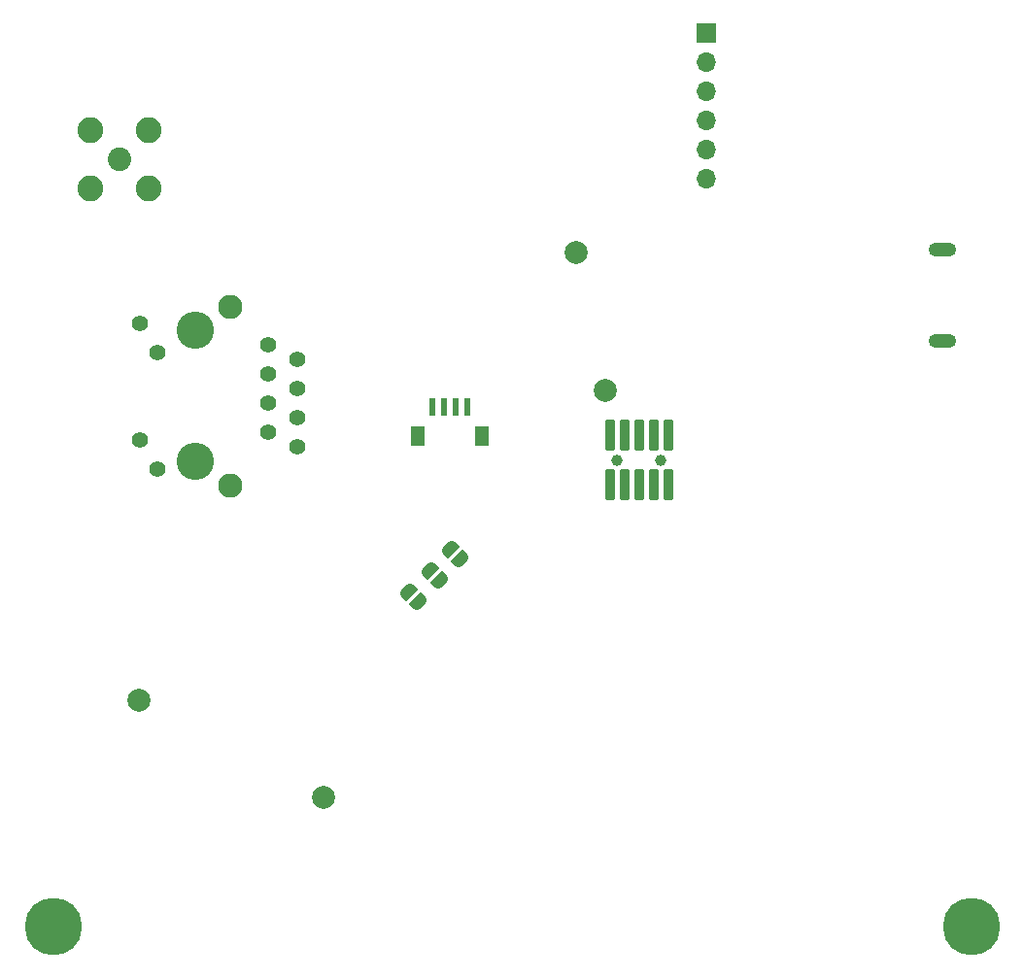
<source format=gbr>
%TF.GenerationSoftware,KiCad,Pcbnew,7.0.5*%
%TF.CreationDate,2023-08-02T13:43:57-07:00*%
%TF.ProjectId,flight_computer_dev_board_rfm98pw,666c6967-6874-45f6-936f-6d7075746572,rev?*%
%TF.SameCoordinates,Original*%
%TF.FileFunction,Soldermask,Bot*%
%TF.FilePolarity,Negative*%
%FSLAX46Y46*%
G04 Gerber Fmt 4.6, Leading zero omitted, Abs format (unit mm)*
G04 Created by KiCad (PCBNEW 7.0.5) date 2023-08-02 13:43:57*
%MOMM*%
%LPD*%
G01*
G04 APERTURE LIST*
G04 Aperture macros list*
%AMRoundRect*
0 Rectangle with rounded corners*
0 $1 Rounding radius*
0 $2 $3 $4 $5 $6 $7 $8 $9 X,Y pos of 4 corners*
0 Add a 4 corners polygon primitive as box body*
4,1,4,$2,$3,$4,$5,$6,$7,$8,$9,$2,$3,0*
0 Add four circle primitives for the rounded corners*
1,1,$1+$1,$2,$3*
1,1,$1+$1,$4,$5*
1,1,$1+$1,$6,$7*
1,1,$1+$1,$8,$9*
0 Add four rect primitives between the rounded corners*
20,1,$1+$1,$2,$3,$4,$5,0*
20,1,$1+$1,$4,$5,$6,$7,0*
20,1,$1+$1,$6,$7,$8,$9,0*
20,1,$1+$1,$8,$9,$2,$3,0*%
%AMFreePoly0*
4,1,19,0.499999,-0.750000,0.000000,-0.750000,0.000000,-0.744912,-0.071157,-0.744911,-0.207708,-0.704816,-0.327430,-0.627875,-0.420627,-0.520320,-0.479746,-0.390866,-0.500000,-0.250000,-0.500000,0.250000,-0.479746,0.390866,-0.420627,0.520320,-0.327430,0.627875,-0.207708,0.704816,-0.071157,0.744911,0.000000,0.744912,0.000000,0.750000,0.499999,0.750000,0.499999,-0.750000,0.499999,-0.750000,
$1*%
%AMFreePoly1*
4,1,19,0.000000,0.744912,0.071157,0.744911,0.207708,0.704816,0.327430,0.627875,0.420627,0.520320,0.479746,0.390866,0.500000,0.250000,0.500000,-0.250000,0.479746,-0.390866,0.420627,-0.520320,0.327430,-0.627875,0.207708,-0.704816,0.071157,-0.744911,0.000000,-0.744912,0.000000,-0.750000,-0.499999,-0.750000,-0.499999,0.750000,0.000000,0.750000,0.000000,0.744912,0.000000,0.744912,
$1*%
G04 Aperture macros list end*
%ADD10C,2.000000*%
%ADD11R,1.200000X1.800000*%
%ADD12R,0.600000X1.550000*%
%ADD13C,2.050000*%
%ADD14C,2.250000*%
%ADD15C,5.000000*%
%ADD16O,2.416000X1.208000*%
%ADD17R,1.700000X1.700000*%
%ADD18O,1.700000X1.700000*%
%ADD19C,1.000000*%
%ADD20RoundRect,0.050800X0.380000X1.300000X-0.380000X1.300000X-0.380000X-1.300000X0.380000X-1.300000X0*%
%ADD21FreePoly0,135.000000*%
%ADD22FreePoly1,135.000000*%
%ADD23C,2.108200*%
%ADD24C,1.397000*%
%ADD25C,3.251200*%
G04 APERTURE END LIST*
D10*
%TO.C,TP4*%
X170910000Y-126760000D03*
%TD*%
%TO.C,TP3*%
X154880000Y-118320000D03*
%TD*%
D11*
%TO.C,J12*%
X184740000Y-95272500D03*
X179140000Y-95272500D03*
D12*
X183440000Y-92747500D03*
X182440000Y-92747500D03*
X181440000Y-92747500D03*
X180440000Y-92747500D03*
%TD*%
D13*
%TO.C,J6*%
X153170000Y-71210000D03*
D14*
X150630000Y-68670000D03*
X150630000Y-73750000D03*
X155710000Y-68670000D03*
X155710000Y-73750000D03*
%TD*%
D15*
%TO.C,*%
X227414400Y-138100000D03*
%TD*%
%TO.C,*%
X147381083Y-138100000D03*
%TD*%
D10*
%TO.C,TP2*%
X195510000Y-91320000D03*
%TD*%
%TO.C,TP1*%
X192960000Y-79300000D03*
%TD*%
D16*
%TO.C,J8*%
X224920000Y-86970000D03*
X224920000Y-79070000D03*
%TD*%
D17*
%TO.C,J3*%
X204330000Y-60190000D03*
D18*
X204330000Y-62730000D03*
X204330000Y-65270000D03*
X204330000Y-67810000D03*
X204330000Y-70350000D03*
X204330000Y-72890000D03*
%TD*%
D19*
%TO.C,J1*%
X200345000Y-97380000D03*
X196535000Y-97380000D03*
D20*
X200980000Y-99530000D03*
X200980000Y-95230000D03*
X199710000Y-99530000D03*
X199710000Y-95230000D03*
X198440000Y-99530000D03*
X198440000Y-95230000D03*
X197170000Y-99530000D03*
X197170000Y-95230000D03*
X195900000Y-99530000D03*
X195900000Y-95230000D03*
%TD*%
D21*
%TO.C,JP5*%
X179249619Y-109739619D03*
D22*
X178330381Y-108820381D03*
%TD*%
D23*
%TO.C,J5*%
X162858999Y-99605000D03*
X162858999Y-84055000D03*
D24*
X154909000Y-85505001D03*
X156428999Y-88045001D03*
X156428999Y-98155108D03*
X154909000Y-95615108D03*
X168689000Y-96275000D03*
X166149000Y-95005000D03*
X168689000Y-93735000D03*
X166149000Y-92465000D03*
X168689000Y-91195000D03*
X166149000Y-89925000D03*
X168689000Y-88655000D03*
X166149000Y-87385000D03*
D25*
X159809000Y-97545000D03*
X159809000Y-86115000D03*
%TD*%
D21*
%TO.C,JP4*%
X181080000Y-107900000D03*
D22*
X180160762Y-106980762D03*
%TD*%
D21*
%TO.C,JP3*%
X182909619Y-106039619D03*
D22*
X181990381Y-105120381D03*
%TD*%
M02*

</source>
